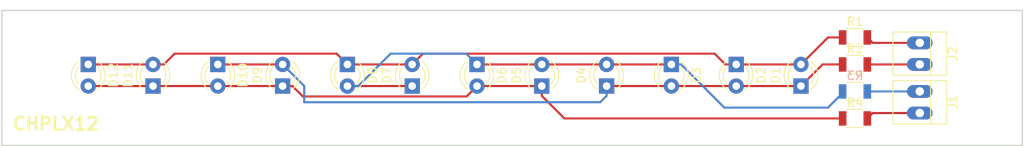
<source format=kicad_pcb>
(kicad_pcb (version 20171130) (host pcbnew 5.0.2-bee76a0~70~ubuntu18.04.1)

  (general
    (thickness 1.6)
    (drawings 5)
    (tracks 54)
    (zones 0)
    (modules 20)
    (nets 9)
  )

  (page A4)
  (title_block
    (title "CHPLX12 Binary Display")
    (date 2019-02-02)
  )

  (layers
    (0 F.Cu signal)
    (31 B.Cu signal)
    (32 B.Adhes user hide)
    (33 F.Adhes user hide)
    (34 B.Paste user hide)
    (35 F.Paste user hide)
    (36 B.SilkS user)
    (37 F.SilkS user)
    (38 B.Mask user)
    (39 F.Mask user)
    (40 Dwgs.User user hide)
    (41 Cmts.User user hide)
    (42 Eco1.User user hide)
    (43 Eco2.User user hide)
    (44 Edge.Cuts user)
    (45 Margin user hide)
    (46 B.CrtYd user hide)
    (47 F.CrtYd user hide)
    (48 B.Fab user hide)
    (49 F.Fab user hide)
  )

  (setup
    (last_trace_width 0.25)
    (trace_clearance 0.2)
    (zone_clearance 0.508)
    (zone_45_only no)
    (trace_min 0.25)
    (segment_width 0.2)
    (edge_width 0.15)
    (via_size 0.6)
    (via_drill 0.4)
    (via_min_size 0.4)
    (via_min_drill 0.3)
    (uvia_size 0.3)
    (uvia_drill 0.1)
    (uvias_allowed no)
    (uvia_min_size 0.2)
    (uvia_min_drill 0.1)
    (pcb_text_width 0.3)
    (pcb_text_size 1.5 1.5)
    (mod_edge_width 0.15)
    (mod_text_size 1 1)
    (mod_text_width 0.15)
    (pad_size 0.9 1.7)
    (pad_drill 0)
    (pad_to_mask_clearance 0.2)
    (solder_mask_min_width 0.25)
    (aux_axis_origin 0 0)
    (visible_elements FFFFF77F)
    (pcbplotparams
      (layerselection 0x010f0_ffffffff)
      (usegerberextensions true)
      (usegerberattributes false)
      (usegerberadvancedattributes false)
      (creategerberjobfile false)
      (excludeedgelayer true)
      (linewidth 0.100000)
      (plotframeref false)
      (viasonmask false)
      (mode 1)
      (useauxorigin false)
      (hpglpennumber 1)
      (hpglpenspeed 20)
      (hpglpendiameter 15.000000)
      (psnegative false)
      (psa4output false)
      (plotreference true)
      (plotvalue true)
      (plotinvisibletext false)
      (padsonsilk false)
      (subtractmaskfromsilk false)
      (outputformat 1)
      (mirror false)
      (drillshape 0)
      (scaleselection 1)
      (outputdirectory "gerber/"))
  )

  (net 0 "")
  (net 1 "Net-(D1-Pad1)")
  (net 2 "Net-(D1-Pad2)")
  (net 3 "Net-(D3-Pad1)")
  (net 4 "Net-(D10-Pad2)")
  (net 5 PIN1)
  (net 6 PIN2)
  (net 7 PIN3)
  (net 8 PIN4)

  (net_class Default "This is the default net class."
    (clearance 0.2)
    (trace_width 0.25)
    (via_dia 0.6)
    (via_drill 0.4)
    (uvia_dia 0.3)
    (uvia_drill 0.1)
    (add_net "Net-(D1-Pad1)")
    (add_net "Net-(D1-Pad2)")
    (add_net "Net-(D10-Pad2)")
    (add_net "Net-(D3-Pad1)")
    (add_net PIN1)
    (add_net PIN2)
    (add_net PIN3)
    (add_net PIN4)
  )

  (module Resistors_SMD:R_1206 (layer F.Cu) (tedit 58E0A804) (tstamp 5C55997D)
    (at 134.62 80.01)
    (descr "Resistor SMD 1206, reflow soldering, Vishay (see dcrcw.pdf)")
    (tags "resistor 1206")
    (path /5B1ECCF5)
    (attr smd)
    (fp_text reference R4 (at 0 -1.85) (layer F.SilkS)
      (effects (font (size 1 1) (thickness 0.15)))
    )
    (fp_text value 220 (at 0 1.95) (layer F.Fab)
      (effects (font (size 1 1) (thickness 0.15)))
    )
    (fp_text user %R (at 0 0) (layer F.Fab)
      (effects (font (size 0.7 0.7) (thickness 0.105)))
    )
    (fp_line (start -1.6 0.8) (end -1.6 -0.8) (layer F.Fab) (width 0.1))
    (fp_line (start 1.6 0.8) (end -1.6 0.8) (layer F.Fab) (width 0.1))
    (fp_line (start 1.6 -0.8) (end 1.6 0.8) (layer F.Fab) (width 0.1))
    (fp_line (start -1.6 -0.8) (end 1.6 -0.8) (layer F.Fab) (width 0.1))
    (fp_line (start 1 1.07) (end -1 1.07) (layer F.SilkS) (width 0.12))
    (fp_line (start -1 -1.07) (end 1 -1.07) (layer F.SilkS) (width 0.12))
    (fp_line (start -2.15 -1.11) (end 2.15 -1.11) (layer F.CrtYd) (width 0.05))
    (fp_line (start -2.15 -1.11) (end -2.15 1.1) (layer F.CrtYd) (width 0.05))
    (fp_line (start 2.15 1.1) (end 2.15 -1.11) (layer F.CrtYd) (width 0.05))
    (fp_line (start 2.15 1.1) (end -2.15 1.1) (layer F.CrtYd) (width 0.05))
    (pad 1 smd rect (at -1.45 0) (size 0.9 1.7) (layers F.Cu F.Paste F.Mask)
      (net 4 "Net-(D10-Pad2)"))
    (pad 2 smd rect (at 1.45 0) (size 0.9 1.7) (layers F.Cu F.Paste F.Mask)
      (net 8 PIN4))
    (model ${KISYS3DMOD}/Resistors_SMD.3dshapes/R_1206.wrl
      (at (xyz 0 0 0))
      (scale (xyz 1 1 1))
      (rotate (xyz 0 0 0))
    )
  )

  (module Resistors_SMD:R_1206 (layer F.Cu) (tedit 58E0A804) (tstamp 5C55996D)
    (at 134.62 70.485)
    (descr "Resistor SMD 1206, reflow soldering, Vishay (see dcrcw.pdf)")
    (tags "resistor 1206")
    (path /5B1ECBEE)
    (attr smd)
    (fp_text reference R1 (at 0 -1.85) (layer F.SilkS)
      (effects (font (size 1 1) (thickness 0.15)))
    )
    (fp_text value 220 (at 0 1.95) (layer F.Fab)
      (effects (font (size 1 1) (thickness 0.15)))
    )
    (fp_line (start 2.15 1.1) (end -2.15 1.1) (layer F.CrtYd) (width 0.05))
    (fp_line (start 2.15 1.1) (end 2.15 -1.11) (layer F.CrtYd) (width 0.05))
    (fp_line (start -2.15 -1.11) (end -2.15 1.1) (layer F.CrtYd) (width 0.05))
    (fp_line (start -2.15 -1.11) (end 2.15 -1.11) (layer F.CrtYd) (width 0.05))
    (fp_line (start -1 -1.07) (end 1 -1.07) (layer F.SilkS) (width 0.12))
    (fp_line (start 1 1.07) (end -1 1.07) (layer F.SilkS) (width 0.12))
    (fp_line (start -1.6 -0.8) (end 1.6 -0.8) (layer F.Fab) (width 0.1))
    (fp_line (start 1.6 -0.8) (end 1.6 0.8) (layer F.Fab) (width 0.1))
    (fp_line (start 1.6 0.8) (end -1.6 0.8) (layer F.Fab) (width 0.1))
    (fp_line (start -1.6 0.8) (end -1.6 -0.8) (layer F.Fab) (width 0.1))
    (fp_text user %R (at -2.54 -3.81) (layer F.Fab)
      (effects (font (size 0.7 0.7) (thickness 0.105)))
    )
    (pad 2 smd rect (at 1.45 0) (size 0.9 1.7) (layers F.Cu F.Paste F.Mask)
      (net 5 PIN1))
    (pad 1 smd rect (at -1.45 0) (size 0.9 1.7) (layers F.Cu F.Paste F.Mask)
      (net 2 "Net-(D1-Pad2)"))
    (model ${KISYS3DMOD}/Resistors_SMD.3dshapes/R_1206.wrl
      (at (xyz 0 0 0))
      (scale (xyz 1 1 1))
      (rotate (xyz 0 0 0))
    )
  )

  (module Resistors_SMD:R_1206 (layer F.Cu) (tedit 58E0A804) (tstamp 5C55995D)
    (at 134.62 73.66)
    (descr "Resistor SMD 1206, reflow soldering, Vishay (see dcrcw.pdf)")
    (tags "resistor 1206")
    (path /5B1ECCA1)
    (attr smd)
    (fp_text reference R2 (at 0 -1.85) (layer F.SilkS)
      (effects (font (size 1 1) (thickness 0.15)))
    )
    (fp_text value 220 (at 0 1.95) (layer F.Fab)
      (effects (font (size 1 1) (thickness 0.15)))
    )
    (fp_text user %R (at 0 0) (layer F.Fab)
      (effects (font (size 0.7 0.7) (thickness 0.105)))
    )
    (fp_line (start -1.6 0.8) (end -1.6 -0.8) (layer F.Fab) (width 0.1))
    (fp_line (start 1.6 0.8) (end -1.6 0.8) (layer F.Fab) (width 0.1))
    (fp_line (start 1.6 -0.8) (end 1.6 0.8) (layer F.Fab) (width 0.1))
    (fp_line (start -1.6 -0.8) (end 1.6 -0.8) (layer F.Fab) (width 0.1))
    (fp_line (start 1 1.07) (end -1 1.07) (layer F.SilkS) (width 0.12))
    (fp_line (start -1 -1.07) (end 1 -1.07) (layer F.SilkS) (width 0.12))
    (fp_line (start -2.15 -1.11) (end 2.15 -1.11) (layer F.CrtYd) (width 0.05))
    (fp_line (start -2.15 -1.11) (end -2.15 1.1) (layer F.CrtYd) (width 0.05))
    (fp_line (start 2.15 1.1) (end 2.15 -1.11) (layer F.CrtYd) (width 0.05))
    (fp_line (start 2.15 1.1) (end -2.15 1.1) (layer F.CrtYd) (width 0.05))
    (pad 1 smd rect (at -1.45 0) (size 0.9 1.7) (layers F.Cu F.Paste F.Mask)
      (net 1 "Net-(D1-Pad1)"))
    (pad 2 smd rect (at 1.45 0) (size 0.9 1.7) (layers F.Cu F.Paste F.Mask)
      (net 6 PIN2))
    (model ${KISYS3DMOD}/Resistors_SMD.3dshapes/R_1206.wrl
      (at (xyz 0 0 0))
      (scale (xyz 1 1 1))
      (rotate (xyz 0 0 0))
    )
  )

  (module Resistors_SMD:R_1206 (layer F.Cu) (tedit 5C55B42C) (tstamp 5C55994D)
    (at 134.62 76.835)
    (descr "Resistor SMD 1206, reflow soldering, Vishay (see dcrcw.pdf)")
    (tags "resistor 1206")
    (path /5B1ECCD2)
    (attr smd)
    (fp_text reference R3 (at 0 -1.85) (layer B.SilkS)
      (effects (font (size 1 1) (thickness 0.15)) (justify mirror))
    )
    (fp_text value 220 (at 0 1.95) (layer B.Fab)
      (effects (font (size 1 1) (thickness 0.15)) (justify mirror))
    )
    (fp_line (start 2.15 1.1) (end -2.15 1.1) (layer F.CrtYd) (width 0.05))
    (fp_line (start 2.15 1.1) (end 2.15 -1.11) (layer F.CrtYd) (width 0.05))
    (fp_line (start -2.15 -1.11) (end -2.15 1.1) (layer F.CrtYd) (width 0.05))
    (fp_line (start -2.15 -1.11) (end 2.15 -1.11) (layer F.CrtYd) (width 0.05))
    (fp_line (start -1 -1.07) (end 1 -1.07) (layer F.SilkS) (width 0.12))
    (fp_line (start 1 1.07) (end -1 1.07) (layer F.SilkS) (width 0.12))
    (fp_line (start -1.6 -0.8) (end 1.6 -0.8) (layer F.Fab) (width 0.1))
    (fp_line (start 1.6 -0.8) (end 1.6 0.8) (layer F.Fab) (width 0.1))
    (fp_line (start 1.6 0.8) (end -1.6 0.8) (layer F.Fab) (width 0.1))
    (fp_line (start -1.6 0.8) (end -1.6 -0.8) (layer F.Fab) (width 0.1))
    (fp_text user %R (at 0 0) (layer B.Fab)
      (effects (font (size 0.7 0.7) (thickness 0.105)) (justify mirror))
    )
    (pad 2 smd rect (at 1.45 0) (size 0.9 1.7) (layers B.Cu B.Paste B.Mask)
      (net 7 PIN3))
    (pad 1 smd rect (at -1.45 0) (size 0.9 1.7) (layers B.Cu B.Paste B.Mask)
      (net 3 "Net-(D3-Pad1)"))
    (model ${KISYS3DMOD}/Resistors_SMD.3dshapes/R_1206.wrl
      (at (xyz 0 0 0))
      (scale (xyz 1 1 1))
      (rotate (xyz 0 0 0))
    )
  )

  (module Connectors:PINHEAD1-2 (layer F.Cu) (tedit 5C55B6C3) (tstamp 5C5585F3)
    (at 142.24 71.12 270)
    (path /5C55E6C2)
    (fp_text reference J2 (at 1.27 -3.9 270) (layer F.SilkS)
      (effects (font (size 1 1) (thickness 0.15)))
    )
    (fp_text value "" (at 1.27 3.81 270) (layer F.Fab)
      (effects (font (size 1 1) (thickness 0.15)))
    )
    (fp_line (start 3.81 -1.27) (end -1.27 -1.27) (layer F.SilkS) (width 0.12))
    (fp_line (start 3.81 3.17) (end -1.27 3.17) (layer F.SilkS) (width 0.12))
    (fp_line (start -1.27 -3.17) (end 3.81 -3.17) (layer F.SilkS) (width 0.12))
    (fp_line (start -1.27 -3.17) (end -1.27 3.17) (layer F.SilkS) (width 0.12))
    (fp_line (start 3.81 -3.17) (end 3.81 3.17) (layer F.SilkS) (width 0.12))
    (fp_line (start -1.52 -3.42) (end 4.06 -3.42) (layer F.CrtYd) (width 0.05))
    (fp_line (start -1.52 -3.42) (end -1.52 3.42) (layer F.CrtYd) (width 0.05))
    (fp_line (start 4.06 3.42) (end 4.06 -3.42) (layer F.CrtYd) (width 0.05))
    (fp_line (start 4.06 3.42) (end -1.52 3.42) (layer F.CrtYd) (width 0.05))
    (pad 1 thru_hole oval (at 0 0 270) (size 1.51 3.01) (drill 1) (layers *.Cu *.Mask)
      (net 5 PIN1))
    (pad 2 thru_hole oval (at 2.54 0 270) (size 1.51 3.01) (drill 1) (layers *.Cu *.Mask)
      (net 6 PIN2))
  )

  (module Connectors:PINHEAD1-2 (layer F.Cu) (tedit 5C55B6BE) (tstamp 5C5585D7)
    (at 142.24 76.835 270)
    (path /5C55E63D)
    (fp_text reference J1 (at 1.27 -3.9 270) (layer F.SilkS)
      (effects (font (size 1 1) (thickness 0.15)))
    )
    (fp_text value "" (at 1.27 3.81 270) (layer F.Fab)
      (effects (font (size 1 1) (thickness 0.15)))
    )
    (fp_line (start 4.06 3.42) (end -1.52 3.42) (layer F.CrtYd) (width 0.05))
    (fp_line (start 4.06 3.42) (end 4.06 -3.42) (layer F.CrtYd) (width 0.05))
    (fp_line (start -1.52 -3.42) (end -1.52 3.42) (layer F.CrtYd) (width 0.05))
    (fp_line (start -1.52 -3.42) (end 4.06 -3.42) (layer F.CrtYd) (width 0.05))
    (fp_line (start 3.81 -3.17) (end 3.81 3.17) (layer F.SilkS) (width 0.12))
    (fp_line (start -1.27 -3.17) (end -1.27 3.17) (layer F.SilkS) (width 0.12))
    (fp_line (start -1.27 -3.17) (end 3.81 -3.17) (layer F.SilkS) (width 0.12))
    (fp_line (start 3.81 3.17) (end -1.27 3.17) (layer F.SilkS) (width 0.12))
    (fp_line (start 3.81 -1.27) (end -1.27 -1.27) (layer F.SilkS) (width 0.12))
    (pad 2 thru_hole oval (at 2.54 0 270) (size 1.51 3.01) (drill 1) (layers *.Cu *.Mask)
      (net 8 PIN4))
    (pad 1 thru_hole oval (at 0 0 270) (size 1.51 3.01) (drill 1) (layers *.Cu *.Mask)
      (net 7 PIN3))
  )

  (module LEDs:LED_D3.0mm (layer F.Cu) (tedit 587A3A7B) (tstamp 5B203880)
    (at 97.79 76.2 90)
    (descr "LED, diameter 3.0mm, 2 pins")
    (tags "LED diameter 3.0mm 2 pins")
    (path /5B1EF05E)
    (fp_text reference D5 (at 1.27 -2.96 90) (layer F.SilkS)
      (effects (font (size 1 1) (thickness 0.15)))
    )
    (fp_text value LED (at 1.27 2.96 90) (layer F.Fab)
      (effects (font (size 1 1) (thickness 0.15)))
    )
    (fp_arc (start 1.27 0) (end -0.23 -1.16619) (angle 284.3) (layer F.Fab) (width 0.1))
    (fp_arc (start 1.27 0) (end -0.29 -1.235516) (angle 108.8) (layer F.SilkS) (width 0.12))
    (fp_arc (start 1.27 0) (end -0.29 1.235516) (angle -108.8) (layer F.SilkS) (width 0.12))
    (fp_arc (start 1.27 0) (end 0.229039 -1.08) (angle 87.9) (layer F.SilkS) (width 0.12))
    (fp_arc (start 1.27 0) (end 0.229039 1.08) (angle -87.9) (layer F.SilkS) (width 0.12))
    (fp_circle (center 1.27 0) (end 2.77 0) (layer F.Fab) (width 0.1))
    (fp_line (start -0.23 -1.16619) (end -0.23 1.16619) (layer F.Fab) (width 0.1))
    (fp_line (start -0.29 -1.236) (end -0.29 -1.08) (layer F.SilkS) (width 0.12))
    (fp_line (start -0.29 1.08) (end -0.29 1.236) (layer F.SilkS) (width 0.12))
    (fp_line (start -1.15 -2.25) (end -1.15 2.25) (layer F.CrtYd) (width 0.05))
    (fp_line (start -1.15 2.25) (end 3.7 2.25) (layer F.CrtYd) (width 0.05))
    (fp_line (start 3.7 2.25) (end 3.7 -2.25) (layer F.CrtYd) (width 0.05))
    (fp_line (start 3.7 -2.25) (end -1.15 -2.25) (layer F.CrtYd) (width 0.05))
    (pad 1 thru_hole rect (at 0 0 90) (size 1.8 1.8) (drill 0.9) (layers *.Cu *.Mask)
      (net 4 "Net-(D10-Pad2)"))
    (pad 2 thru_hole circle (at 2.54 0 90) (size 1.8 1.8) (drill 0.9) (layers *.Cu *.Mask)
      (net 3 "Net-(D3-Pad1)"))
    (model ${KISYS3DMOD}/LEDs.3dshapes/LED_D3.0mm.wrl
      (at (xyz 0 0 0))
      (scale (xyz 0.393701 0.393701 0.393701))
      (rotate (xyz 0 0 0))
    )
  )

  (module LEDs:LED_D3.0mm (layer F.Cu) (tedit 5B20B694) (tstamp 5B203834)
    (at 128.27 76.2 90)
    (descr "LED, diameter 3.0mm, 2 pins")
    (tags "LED diameter 3.0mm 2 pins")
    (path /5B1EEEC4)
    (fp_text reference D1 (at 1.27 -2.96 90) (layer F.SilkS)
      (effects (font (size 1 1) (thickness 0.15)))
    )
    (fp_text value LED (at 1.27 2.96 180) (layer F.Fab)
      (effects (font (size 1 1) (thickness 0.15)))
    )
    (fp_arc (start 1.27 0) (end -0.23 -1.16619) (angle 284.3) (layer F.Fab) (width 0.1))
    (fp_arc (start 1.27 0) (end -0.29 -1.235516) (angle 108.8) (layer F.SilkS) (width 0.12))
    (fp_arc (start 1.27 0) (end -0.29 1.235516) (angle -108.8) (layer F.SilkS) (width 0.12))
    (fp_arc (start 1.27 0) (end 0.229039 -1.08) (angle 87.9) (layer F.SilkS) (width 0.12))
    (fp_arc (start 1.27 0) (end 0.229039 1.08) (angle -87.9) (layer F.SilkS) (width 0.12))
    (fp_circle (center 1.27 0) (end 2.77 0) (layer F.Fab) (width 0.1))
    (fp_line (start -0.23 -1.16619) (end -0.23 1.16619) (layer F.Fab) (width 0.1))
    (fp_line (start -0.29 -1.236) (end -0.29 -1.08) (layer F.SilkS) (width 0.12))
    (fp_line (start -0.29 1.08) (end -0.29 1.236) (layer F.SilkS) (width 0.12))
    (fp_line (start -1.15 -2.25) (end -1.15 2.25) (layer F.CrtYd) (width 0.05))
    (fp_line (start -1.15 2.25) (end 3.7 2.25) (layer F.CrtYd) (width 0.05))
    (fp_line (start 3.7 2.25) (end 3.7 -2.25) (layer F.CrtYd) (width 0.05))
    (fp_line (start 3.7 -2.25) (end -1.15 -2.25) (layer F.CrtYd) (width 0.05))
    (pad 1 thru_hole rect (at 0 0 90) (size 1.8 1.8) (drill 0.9) (layers *.Cu *.Mask)
      (net 1 "Net-(D1-Pad1)"))
    (pad 2 thru_hole circle (at 2.54 0 90) (size 1.8 1.8) (drill 0.9) (layers *.Cu *.Mask)
      (net 2 "Net-(D1-Pad2)"))
    (model ${KISYS3DMOD}/LEDs.3dshapes/LED_D3.0mm.wrl
      (at (xyz 0 0 0))
      (scale (xyz 0.393701 0.393701 0.393701))
      (rotate (xyz 0 0 0))
    )
  )

  (module LEDs:LED_D3.0mm (layer F.Cu) (tedit 587A3A7B) (tstamp 5B203847)
    (at 120.65 73.66 270)
    (descr "LED, diameter 3.0mm, 2 pins")
    (tags "LED diameter 3.0mm 2 pins")
    (path /5B1EEEFF)
    (fp_text reference D2 (at 1.27 -2.96 270) (layer F.SilkS)
      (effects (font (size 1 1) (thickness 0.15)))
    )
    (fp_text value LED (at 1.27 2.96 270) (layer F.Fab)
      (effects (font (size 1 1) (thickness 0.15)))
    )
    (fp_arc (start 1.27 0) (end -0.23 -1.16619) (angle 284.3) (layer F.Fab) (width 0.1))
    (fp_arc (start 1.27 0) (end -0.29 -1.235516) (angle 108.8) (layer F.SilkS) (width 0.12))
    (fp_arc (start 1.27 0) (end -0.29 1.235516) (angle -108.8) (layer F.SilkS) (width 0.12))
    (fp_arc (start 1.27 0) (end 0.229039 -1.08) (angle 87.9) (layer F.SilkS) (width 0.12))
    (fp_arc (start 1.27 0) (end 0.229039 1.08) (angle -87.9) (layer F.SilkS) (width 0.12))
    (fp_circle (center 1.27 0) (end 2.77 0) (layer F.Fab) (width 0.1))
    (fp_line (start -0.23 -1.16619) (end -0.23 1.16619) (layer F.Fab) (width 0.1))
    (fp_line (start -0.29 -1.236) (end -0.29 -1.08) (layer F.SilkS) (width 0.12))
    (fp_line (start -0.29 1.08) (end -0.29 1.236) (layer F.SilkS) (width 0.12))
    (fp_line (start -1.15 -2.25) (end -1.15 2.25) (layer F.CrtYd) (width 0.05))
    (fp_line (start -1.15 2.25) (end 3.7 2.25) (layer F.CrtYd) (width 0.05))
    (fp_line (start 3.7 2.25) (end 3.7 -2.25) (layer F.CrtYd) (width 0.05))
    (fp_line (start 3.7 -2.25) (end -1.15 -2.25) (layer F.CrtYd) (width 0.05))
    (pad 1 thru_hole rect (at 0 0 270) (size 1.8 1.8) (drill 0.9) (layers *.Cu *.Mask)
      (net 2 "Net-(D1-Pad2)"))
    (pad 2 thru_hole circle (at 2.54 0 270) (size 1.8 1.8) (drill 0.9) (layers *.Cu *.Mask)
      (net 1 "Net-(D1-Pad1)"))
    (model ${KISYS3DMOD}/LEDs.3dshapes/LED_D3.0mm.wrl
      (at (xyz 0 0 0))
      (scale (xyz 0.393701 0.393701 0.393701))
      (rotate (xyz 0 0 0))
    )
  )

  (module LEDs:LED_D3.0mm (layer F.Cu) (tedit 587A3A7B) (tstamp 5B20385A)
    (at 113.03 73.66 270)
    (descr "LED, diameter 3.0mm, 2 pins")
    (tags "LED diameter 3.0mm 2 pins")
    (path /5B1EEF3A)
    (fp_text reference D3 (at 1.27 -2.96 270) (layer F.SilkS)
      (effects (font (size 1 1) (thickness 0.15)))
    )
    (fp_text value LED (at 1.27 2.96 270) (layer F.Fab)
      (effects (font (size 1 1) (thickness 0.15)))
    )
    (fp_arc (start 1.27 0) (end -0.23 -1.16619) (angle 284.3) (layer F.Fab) (width 0.1))
    (fp_arc (start 1.27 0) (end -0.29 -1.235516) (angle 108.8) (layer F.SilkS) (width 0.12))
    (fp_arc (start 1.27 0) (end -0.29 1.235516) (angle -108.8) (layer F.SilkS) (width 0.12))
    (fp_arc (start 1.27 0) (end 0.229039 -1.08) (angle 87.9) (layer F.SilkS) (width 0.12))
    (fp_arc (start 1.27 0) (end 0.229039 1.08) (angle -87.9) (layer F.SilkS) (width 0.12))
    (fp_circle (center 1.27 0) (end 2.77 0) (layer F.Fab) (width 0.1))
    (fp_line (start -0.23 -1.16619) (end -0.23 1.16619) (layer F.Fab) (width 0.1))
    (fp_line (start -0.29 -1.236) (end -0.29 -1.08) (layer F.SilkS) (width 0.12))
    (fp_line (start -0.29 1.08) (end -0.29 1.236) (layer F.SilkS) (width 0.12))
    (fp_line (start -1.15 -2.25) (end -1.15 2.25) (layer F.CrtYd) (width 0.05))
    (fp_line (start -1.15 2.25) (end 3.7 2.25) (layer F.CrtYd) (width 0.05))
    (fp_line (start 3.7 2.25) (end 3.7 -2.25) (layer F.CrtYd) (width 0.05))
    (fp_line (start 3.7 -2.25) (end -1.15 -2.25) (layer F.CrtYd) (width 0.05))
    (pad 1 thru_hole rect (at 0 0 270) (size 1.8 1.8) (drill 0.9) (layers *.Cu *.Mask)
      (net 3 "Net-(D3-Pad1)"))
    (pad 2 thru_hole circle (at 2.54 0 270) (size 1.8 1.8) (drill 0.9) (layers *.Cu *.Mask)
      (net 1 "Net-(D1-Pad1)"))
    (model ${KISYS3DMOD}/LEDs.3dshapes/LED_D3.0mm.wrl
      (at (xyz 0 0 0))
      (scale (xyz 0.393701 0.393701 0.393701))
      (rotate (xyz 0 0 0))
    )
  )

  (module LEDs:LED_D3.0mm (layer F.Cu) (tedit 587A3A7B) (tstamp 5B20386D)
    (at 105.41 76.2 90)
    (descr "LED, diameter 3.0mm, 2 pins")
    (tags "LED diameter 3.0mm 2 pins")
    (path /5B1EEFE7)
    (fp_text reference D4 (at 1.27 -2.96 90) (layer F.SilkS)
      (effects (font (size 1 1) (thickness 0.15)))
    )
    (fp_text value LED (at 1.27 2.96 90) (layer F.Fab)
      (effects (font (size 1 1) (thickness 0.15)))
    )
    (fp_arc (start 1.27 0) (end -0.23 -1.16619) (angle 284.3) (layer F.Fab) (width 0.1))
    (fp_arc (start 1.27 0) (end -0.29 -1.235516) (angle 108.8) (layer F.SilkS) (width 0.12))
    (fp_arc (start 1.27 0) (end -0.29 1.235516) (angle -108.8) (layer F.SilkS) (width 0.12))
    (fp_arc (start 1.27 0) (end 0.229039 -1.08) (angle 87.9) (layer F.SilkS) (width 0.12))
    (fp_arc (start 1.27 0) (end 0.229039 1.08) (angle -87.9) (layer F.SilkS) (width 0.12))
    (fp_circle (center 1.27 0) (end 2.77 0) (layer F.Fab) (width 0.1))
    (fp_line (start -0.23 -1.16619) (end -0.23 1.16619) (layer F.Fab) (width 0.1))
    (fp_line (start -0.29 -1.236) (end -0.29 -1.08) (layer F.SilkS) (width 0.12))
    (fp_line (start -0.29 1.08) (end -0.29 1.236) (layer F.SilkS) (width 0.12))
    (fp_line (start -1.15 -2.25) (end -1.15 2.25) (layer F.CrtYd) (width 0.05))
    (fp_line (start -1.15 2.25) (end 3.7 2.25) (layer F.CrtYd) (width 0.05))
    (fp_line (start 3.7 2.25) (end 3.7 -2.25) (layer F.CrtYd) (width 0.05))
    (fp_line (start 3.7 -2.25) (end -1.15 -2.25) (layer F.CrtYd) (width 0.05))
    (pad 1 thru_hole rect (at 0 0 90) (size 1.8 1.8) (drill 0.9) (layers *.Cu *.Mask)
      (net 1 "Net-(D1-Pad1)"))
    (pad 2 thru_hole circle (at 2.54 0 90) (size 1.8 1.8) (drill 0.9) (layers *.Cu *.Mask)
      (net 3 "Net-(D3-Pad1)"))
    (model ${KISYS3DMOD}/LEDs.3dshapes/LED_D3.0mm.wrl
      (at (xyz 0 0 0))
      (scale (xyz 0.393701 0.393701 0.393701))
      (rotate (xyz 0 0 0))
    )
  )

  (module LEDs:LED_D3.0mm (layer F.Cu) (tedit 587A3A7B) (tstamp 5B203893)
    (at 90.17 73.66 270)
    (descr "LED, diameter 3.0mm, 2 pins")
    (tags "LED diameter 3.0mm 2 pins")
    (path /5B1EF0ED)
    (fp_text reference D6 (at 1.27 -2.96 270) (layer F.SilkS)
      (effects (font (size 1 1) (thickness 0.15)))
    )
    (fp_text value LED (at 1.27 2.96 270) (layer F.Fab)
      (effects (font (size 1 1) (thickness 0.15)))
    )
    (fp_arc (start 1.27 0) (end -0.23 -1.16619) (angle 284.3) (layer F.Fab) (width 0.1))
    (fp_arc (start 1.27 0) (end -0.29 -1.235516) (angle 108.8) (layer F.SilkS) (width 0.12))
    (fp_arc (start 1.27 0) (end -0.29 1.235516) (angle -108.8) (layer F.SilkS) (width 0.12))
    (fp_arc (start 1.27 0) (end 0.229039 -1.08) (angle 87.9) (layer F.SilkS) (width 0.12))
    (fp_arc (start 1.27 0) (end 0.229039 1.08) (angle -87.9) (layer F.SilkS) (width 0.12))
    (fp_circle (center 1.27 0) (end 2.77 0) (layer F.Fab) (width 0.1))
    (fp_line (start -0.23 -1.16619) (end -0.23 1.16619) (layer F.Fab) (width 0.1))
    (fp_line (start -0.29 -1.236) (end -0.29 -1.08) (layer F.SilkS) (width 0.12))
    (fp_line (start -0.29 1.08) (end -0.29 1.236) (layer F.SilkS) (width 0.12))
    (fp_line (start -1.15 -2.25) (end -1.15 2.25) (layer F.CrtYd) (width 0.05))
    (fp_line (start -1.15 2.25) (end 3.7 2.25) (layer F.CrtYd) (width 0.05))
    (fp_line (start 3.7 2.25) (end 3.7 -2.25) (layer F.CrtYd) (width 0.05))
    (fp_line (start 3.7 -2.25) (end -1.15 -2.25) (layer F.CrtYd) (width 0.05))
    (pad 1 thru_hole rect (at 0 0 270) (size 1.8 1.8) (drill 0.9) (layers *.Cu *.Mask)
      (net 3 "Net-(D3-Pad1)"))
    (pad 2 thru_hole circle (at 2.54 0 270) (size 1.8 1.8) (drill 0.9) (layers *.Cu *.Mask)
      (net 4 "Net-(D10-Pad2)"))
    (model ${KISYS3DMOD}/LEDs.3dshapes/LED_D3.0mm.wrl
      (at (xyz 0 0 0))
      (scale (xyz 0.393701 0.393701 0.393701))
      (rotate (xyz 0 0 0))
    )
  )

  (module LEDs:LED_D3.0mm (layer F.Cu) (tedit 587A3A7B) (tstamp 5B2038A6)
    (at 82.55 76.2 90)
    (descr "LED, diameter 3.0mm, 2 pins")
    (tags "LED diameter 3.0mm 2 pins")
    (path /5B1EF180)
    (fp_text reference D7 (at 1.27 -2.96 90) (layer F.SilkS)
      (effects (font (size 1 1) (thickness 0.15)))
    )
    (fp_text value LED (at 1.27 2.96 90) (layer F.Fab)
      (effects (font (size 1 1) (thickness 0.15)))
    )
    (fp_arc (start 1.27 0) (end -0.23 -1.16619) (angle 284.3) (layer F.Fab) (width 0.1))
    (fp_arc (start 1.27 0) (end -0.29 -1.235516) (angle 108.8) (layer F.SilkS) (width 0.12))
    (fp_arc (start 1.27 0) (end -0.29 1.235516) (angle -108.8) (layer F.SilkS) (width 0.12))
    (fp_arc (start 1.27 0) (end 0.229039 -1.08) (angle 87.9) (layer F.SilkS) (width 0.12))
    (fp_arc (start 1.27 0) (end 0.229039 1.08) (angle -87.9) (layer F.SilkS) (width 0.12))
    (fp_circle (center 1.27 0) (end 2.77 0) (layer F.Fab) (width 0.1))
    (fp_line (start -0.23 -1.16619) (end -0.23 1.16619) (layer F.Fab) (width 0.1))
    (fp_line (start -0.29 -1.236) (end -0.29 -1.08) (layer F.SilkS) (width 0.12))
    (fp_line (start -0.29 1.08) (end -0.29 1.236) (layer F.SilkS) (width 0.12))
    (fp_line (start -1.15 -2.25) (end -1.15 2.25) (layer F.CrtYd) (width 0.05))
    (fp_line (start -1.15 2.25) (end 3.7 2.25) (layer F.CrtYd) (width 0.05))
    (fp_line (start 3.7 2.25) (end 3.7 -2.25) (layer F.CrtYd) (width 0.05))
    (fp_line (start 3.7 -2.25) (end -1.15 -2.25) (layer F.CrtYd) (width 0.05))
    (pad 1 thru_hole rect (at 0 0 90) (size 1.8 1.8) (drill 0.9) (layers *.Cu *.Mask)
      (net 3 "Net-(D3-Pad1)"))
    (pad 2 thru_hole circle (at 2.54 0 90) (size 1.8 1.8) (drill 0.9) (layers *.Cu *.Mask)
      (net 2 "Net-(D1-Pad2)"))
    (model ${KISYS3DMOD}/LEDs.3dshapes/LED_D3.0mm.wrl
      (at (xyz 0 0 0))
      (scale (xyz 0.393701 0.393701 0.393701))
      (rotate (xyz 0 0 0))
    )
  )

  (module LEDs:LED_D3.0mm (layer F.Cu) (tedit 587A3A7B) (tstamp 5B2038B9)
    (at 74.93 73.66 270)
    (descr "LED, diameter 3.0mm, 2 pins")
    (tags "LED diameter 3.0mm 2 pins")
    (path /5B1EF275)
    (fp_text reference D8 (at 1.27 -2.96 270) (layer F.SilkS)
      (effects (font (size 1 1) (thickness 0.15)))
    )
    (fp_text value LED (at 1.27 2.96 270) (layer F.Fab)
      (effects (font (size 1 1) (thickness 0.15)))
    )
    (fp_arc (start 1.27 0) (end -0.23 -1.16619) (angle 284.3) (layer F.Fab) (width 0.1))
    (fp_arc (start 1.27 0) (end -0.29 -1.235516) (angle 108.8) (layer F.SilkS) (width 0.12))
    (fp_arc (start 1.27 0) (end -0.29 1.235516) (angle -108.8) (layer F.SilkS) (width 0.12))
    (fp_arc (start 1.27 0) (end 0.229039 -1.08) (angle 87.9) (layer F.SilkS) (width 0.12))
    (fp_arc (start 1.27 0) (end 0.229039 1.08) (angle -87.9) (layer F.SilkS) (width 0.12))
    (fp_circle (center 1.27 0) (end 2.77 0) (layer F.Fab) (width 0.1))
    (fp_line (start -0.23 -1.16619) (end -0.23 1.16619) (layer F.Fab) (width 0.1))
    (fp_line (start -0.29 -1.236) (end -0.29 -1.08) (layer F.SilkS) (width 0.12))
    (fp_line (start -0.29 1.08) (end -0.29 1.236) (layer F.SilkS) (width 0.12))
    (fp_line (start -1.15 -2.25) (end -1.15 2.25) (layer F.CrtYd) (width 0.05))
    (fp_line (start -1.15 2.25) (end 3.7 2.25) (layer F.CrtYd) (width 0.05))
    (fp_line (start 3.7 2.25) (end 3.7 -2.25) (layer F.CrtYd) (width 0.05))
    (fp_line (start 3.7 -2.25) (end -1.15 -2.25) (layer F.CrtYd) (width 0.05))
    (pad 1 thru_hole rect (at 0 0 270) (size 1.8 1.8) (drill 0.9) (layers *.Cu *.Mask)
      (net 2 "Net-(D1-Pad2)"))
    (pad 2 thru_hole circle (at 2.54 0 270) (size 1.8 1.8) (drill 0.9) (layers *.Cu *.Mask)
      (net 3 "Net-(D3-Pad1)"))
    (model ${KISYS3DMOD}/LEDs.3dshapes/LED_D3.0mm.wrl
      (at (xyz 0 0 0))
      (scale (xyz 0.393701 0.393701 0.393701))
      (rotate (xyz 0 0 0))
    )
  )

  (module LEDs:LED_D3.0mm (layer F.Cu) (tedit 587A3A7B) (tstamp 5B2038CC)
    (at 67.31 76.2 90)
    (descr "LED, diameter 3.0mm, 2 pins")
    (tags "LED diameter 3.0mm 2 pins")
    (path /5B1EF5BE)
    (fp_text reference D9 (at 1.27 -2.96 90) (layer F.SilkS)
      (effects (font (size 1 1) (thickness 0.15)))
    )
    (fp_text value LED (at 1.27 2.96 90) (layer F.Fab)
      (effects (font (size 1 1) (thickness 0.15)))
    )
    (fp_arc (start 1.27 0) (end -0.23 -1.16619) (angle 284.3) (layer F.Fab) (width 0.1))
    (fp_arc (start 1.27 0) (end -0.29 -1.235516) (angle 108.8) (layer F.SilkS) (width 0.12))
    (fp_arc (start 1.27 0) (end -0.29 1.235516) (angle -108.8) (layer F.SilkS) (width 0.12))
    (fp_arc (start 1.27 0) (end 0.229039 -1.08) (angle 87.9) (layer F.SilkS) (width 0.12))
    (fp_arc (start 1.27 0) (end 0.229039 1.08) (angle -87.9) (layer F.SilkS) (width 0.12))
    (fp_circle (center 1.27 0) (end 2.77 0) (layer F.Fab) (width 0.1))
    (fp_line (start -0.23 -1.16619) (end -0.23 1.16619) (layer F.Fab) (width 0.1))
    (fp_line (start -0.29 -1.236) (end -0.29 -1.08) (layer F.SilkS) (width 0.12))
    (fp_line (start -0.29 1.08) (end -0.29 1.236) (layer F.SilkS) (width 0.12))
    (fp_line (start -1.15 -2.25) (end -1.15 2.25) (layer F.CrtYd) (width 0.05))
    (fp_line (start -1.15 2.25) (end 3.7 2.25) (layer F.CrtYd) (width 0.05))
    (fp_line (start 3.7 2.25) (end 3.7 -2.25) (layer F.CrtYd) (width 0.05))
    (fp_line (start 3.7 -2.25) (end -1.15 -2.25) (layer F.CrtYd) (width 0.05))
    (pad 1 thru_hole rect (at 0 0 90) (size 1.8 1.8) (drill 0.9) (layers *.Cu *.Mask)
      (net 4 "Net-(D10-Pad2)"))
    (pad 2 thru_hole circle (at 2.54 0 90) (size 1.8 1.8) (drill 0.9) (layers *.Cu *.Mask)
      (net 1 "Net-(D1-Pad1)"))
    (model ${KISYS3DMOD}/LEDs.3dshapes/LED_D3.0mm.wrl
      (at (xyz 0 0 0))
      (scale (xyz 0.393701 0.393701 0.393701))
      (rotate (xyz 0 0 0))
    )
  )

  (module LEDs:LED_D3.0mm (layer F.Cu) (tedit 587A3A7B) (tstamp 5B2038DF)
    (at 59.69 73.66 270)
    (descr "LED, diameter 3.0mm, 2 pins")
    (tags "LED diameter 3.0mm 2 pins")
    (path /5B1EF5C4)
    (fp_text reference D10 (at 1.27 -2.96 270) (layer F.SilkS)
      (effects (font (size 1 1) (thickness 0.15)))
    )
    (fp_text value LED (at 1.27 2.96 270) (layer F.Fab)
      (effects (font (size 1 1) (thickness 0.15)))
    )
    (fp_arc (start 1.27 0) (end -0.23 -1.16619) (angle 284.3) (layer F.Fab) (width 0.1))
    (fp_arc (start 1.27 0) (end -0.29 -1.235516) (angle 108.8) (layer F.SilkS) (width 0.12))
    (fp_arc (start 1.27 0) (end -0.29 1.235516) (angle -108.8) (layer F.SilkS) (width 0.12))
    (fp_arc (start 1.27 0) (end 0.229039 -1.08) (angle 87.9) (layer F.SilkS) (width 0.12))
    (fp_arc (start 1.27 0) (end 0.229039 1.08) (angle -87.9) (layer F.SilkS) (width 0.12))
    (fp_circle (center 1.27 0) (end 2.77 0) (layer F.Fab) (width 0.1))
    (fp_line (start -0.23 -1.16619) (end -0.23 1.16619) (layer F.Fab) (width 0.1))
    (fp_line (start -0.29 -1.236) (end -0.29 -1.08) (layer F.SilkS) (width 0.12))
    (fp_line (start -0.29 1.08) (end -0.29 1.236) (layer F.SilkS) (width 0.12))
    (fp_line (start -1.15 -2.25) (end -1.15 2.25) (layer F.CrtYd) (width 0.05))
    (fp_line (start -1.15 2.25) (end 3.7 2.25) (layer F.CrtYd) (width 0.05))
    (fp_line (start 3.7 2.25) (end 3.7 -2.25) (layer F.CrtYd) (width 0.05))
    (fp_line (start 3.7 -2.25) (end -1.15 -2.25) (layer F.CrtYd) (width 0.05))
    (pad 1 thru_hole rect (at 0 0 270) (size 1.8 1.8) (drill 0.9) (layers *.Cu *.Mask)
      (net 1 "Net-(D1-Pad1)"))
    (pad 2 thru_hole circle (at 2.54 0 270) (size 1.8 1.8) (drill 0.9) (layers *.Cu *.Mask)
      (net 4 "Net-(D10-Pad2)"))
    (model ${KISYS3DMOD}/LEDs.3dshapes/LED_D3.0mm.wrl
      (at (xyz 0 0 0))
      (scale (xyz 0.393701 0.393701 0.393701))
      (rotate (xyz 0 0 0))
    )
  )

  (module LEDs:LED_D3.0mm (layer F.Cu) (tedit 587A3A7B) (tstamp 5B2038F2)
    (at 52.07 76.2 90)
    (descr "LED, diameter 3.0mm, 2 pins")
    (tags "LED diameter 3.0mm 2 pins")
    (path /5B1EF93E)
    (fp_text reference D11 (at 1.27 -2.96 90) (layer F.SilkS)
      (effects (font (size 1 1) (thickness 0.15)))
    )
    (fp_text value LED (at 1.27 2.96 90) (layer F.Fab)
      (effects (font (size 1 1) (thickness 0.15)))
    )
    (fp_arc (start 1.27 0) (end -0.23 -1.16619) (angle 284.3) (layer F.Fab) (width 0.1))
    (fp_arc (start 1.27 0) (end -0.29 -1.235516) (angle 108.8) (layer F.SilkS) (width 0.12))
    (fp_arc (start 1.27 0) (end -0.29 1.235516) (angle -108.8) (layer F.SilkS) (width 0.12))
    (fp_arc (start 1.27 0) (end 0.229039 -1.08) (angle 87.9) (layer F.SilkS) (width 0.12))
    (fp_arc (start 1.27 0) (end 0.229039 1.08) (angle -87.9) (layer F.SilkS) (width 0.12))
    (fp_circle (center 1.27 0) (end 2.77 0) (layer F.Fab) (width 0.1))
    (fp_line (start -0.23 -1.16619) (end -0.23 1.16619) (layer F.Fab) (width 0.1))
    (fp_line (start -0.29 -1.236) (end -0.29 -1.08) (layer F.SilkS) (width 0.12))
    (fp_line (start -0.29 1.08) (end -0.29 1.236) (layer F.SilkS) (width 0.12))
    (fp_line (start -1.15 -2.25) (end -1.15 2.25) (layer F.CrtYd) (width 0.05))
    (fp_line (start -1.15 2.25) (end 3.7 2.25) (layer F.CrtYd) (width 0.05))
    (fp_line (start 3.7 2.25) (end 3.7 -2.25) (layer F.CrtYd) (width 0.05))
    (fp_line (start 3.7 -2.25) (end -1.15 -2.25) (layer F.CrtYd) (width 0.05))
    (pad 1 thru_hole rect (at 0 0 90) (size 1.8 1.8) (drill 0.9) (layers *.Cu *.Mask)
      (net 4 "Net-(D10-Pad2)"))
    (pad 2 thru_hole circle (at 2.54 0 90) (size 1.8 1.8) (drill 0.9) (layers *.Cu *.Mask)
      (net 2 "Net-(D1-Pad2)"))
    (model ${KISYS3DMOD}/LEDs.3dshapes/LED_D3.0mm.wrl
      (at (xyz 0 0 0))
      (scale (xyz 0.393701 0.393701 0.393701))
      (rotate (xyz 0 0 0))
    )
  )

  (module LEDs:LED_D3.0mm (layer F.Cu) (tedit 587A3A7B) (tstamp 5B203905)
    (at 44.45 73.66 270)
    (descr "LED, diameter 3.0mm, 2 pins")
    (tags "LED diameter 3.0mm 2 pins")
    (path /5B1EF944)
    (fp_text reference D12 (at 1.27 -2.96 270) (layer F.SilkS)
      (effects (font (size 1 1) (thickness 0.15)))
    )
    (fp_text value LED (at 1.27 2.96 270) (layer F.Fab)
      (effects (font (size 1 1) (thickness 0.15)))
    )
    (fp_arc (start 1.27 0) (end -0.23 -1.16619) (angle 284.3) (layer F.Fab) (width 0.1))
    (fp_arc (start 1.27 0) (end -0.29 -1.235516) (angle 108.8) (layer F.SilkS) (width 0.12))
    (fp_arc (start 1.27 0) (end -0.29 1.235516) (angle -108.8) (layer F.SilkS) (width 0.12))
    (fp_arc (start 1.27 0) (end 0.229039 -1.08) (angle 87.9) (layer F.SilkS) (width 0.12))
    (fp_arc (start 1.27 0) (end 0.229039 1.08) (angle -87.9) (layer F.SilkS) (width 0.12))
    (fp_circle (center 1.27 0) (end 2.77 0) (layer F.Fab) (width 0.1))
    (fp_line (start -0.23 -1.16619) (end -0.23 1.16619) (layer F.Fab) (width 0.1))
    (fp_line (start -0.29 -1.236) (end -0.29 -1.08) (layer F.SilkS) (width 0.12))
    (fp_line (start -0.29 1.08) (end -0.29 1.236) (layer F.SilkS) (width 0.12))
    (fp_line (start -1.15 -2.25) (end -1.15 2.25) (layer F.CrtYd) (width 0.05))
    (fp_line (start -1.15 2.25) (end 3.7 2.25) (layer F.CrtYd) (width 0.05))
    (fp_line (start 3.7 2.25) (end 3.7 -2.25) (layer F.CrtYd) (width 0.05))
    (fp_line (start 3.7 -2.25) (end -1.15 -2.25) (layer F.CrtYd) (width 0.05))
    (pad 1 thru_hole rect (at 0 0 270) (size 1.8 1.8) (drill 0.9) (layers *.Cu *.Mask)
      (net 2 "Net-(D1-Pad2)"))
    (pad 2 thru_hole circle (at 2.54 0 270) (size 1.8 1.8) (drill 0.9) (layers *.Cu *.Mask)
      (net 4 "Net-(D10-Pad2)"))
    (model ${KISYS3DMOD}/LEDs.3dshapes/LED_D3.0mm.wrl
      (at (xyz 0 0 0))
      (scale (xyz 0.393701 0.393701 0.393701))
      (rotate (xyz 0 0 0))
    )
  )

  (module Mounting_Holes:MountingHole_4.3mm_M4_DIN965 (layer F.Cu) (tedit 5C55B6DA) (tstamp 5C559E79)
    (at 38.1 74.93)
    (descr "Mounting Hole 4.3mm, no annular, M4, DIN965")
    (tags "mounting hole 4.3mm no annular m4 din965")
    (attr virtual)
    (fp_text reference "" (at 0 -4.75) (layer F.SilkS)
      (effects (font (size 1 1) (thickness 0.15)))
    )
    (fp_text value "" (at 0 4.75) (layer F.Fab)
      (effects (font (size 1 1) (thickness 0.15)))
    )
    (fp_text user %R (at 0.3 0) (layer F.Fab)
      (effects (font (size 1 1) (thickness 0.15)))
    )
    (fp_circle (center 0 0) (end 3.75 0) (layer Cmts.User) (width 0.15))
    (fp_circle (center 0 0) (end 4 0) (layer F.CrtYd) (width 0.05))
    (pad 1 np_thru_hole circle (at 0 0) (size 4.3 4.3) (drill 4.3) (layers *.Cu *.Mask))
  )

  (module Mounting_Holes:MountingHole_4.3mm_M4_DIN965 (layer F.Cu) (tedit 5C55B6D1) (tstamp 5C559E84)
    (at 150.495 74.93)
    (descr "Mounting Hole 4.3mm, no annular, M4, DIN965")
    (tags "mounting hole 4.3mm no annular m4 din965")
    (attr virtual)
    (fp_text reference "" (at 0 -4.75) (layer F.SilkS)
      (effects (font (size 1 1) (thickness 0.15)))
    )
    (fp_text value "" (at 0 4.75) (layer F.Fab)
      (effects (font (size 1 1) (thickness 0.15)))
    )
    (fp_circle (center 0 0) (end 4 0) (layer F.CrtYd) (width 0.05))
    (fp_circle (center 0 0) (end 3.75 0) (layer Cmts.User) (width 0.15))
    (fp_text user %R (at 0.3 0) (layer F.Fab)
      (effects (font (size 1 1) (thickness 0.15)))
    )
    (pad 1 np_thru_hole circle (at 0 0) (size 4.3 4.3) (drill 4.3) (layers *.Cu *.Mask))
  )

  (gr_text CHPLX12 (at 40.64 80.645) (layer F.SilkS)
    (effects (font (size 1.5 1.5) (thickness 0.3)))
  )
  (gr_line (start 34.29 83.185) (end 34.29 67.31) (layer Edge.Cuts) (width 0.15))
  (gr_line (start 154.305 83.185) (end 34.29 83.185) (layer Edge.Cuts) (width 0.15))
  (gr_line (start 154.305 67.31) (end 154.305 83.185) (layer Edge.Cuts) (width 0.15))
  (gr_line (start 34.29 67.31) (end 154.305 67.31) (layer Edge.Cuts) (width 0.15))

  (segment (start 67.31 73.66) (end 59.69 73.66) (width 0.25) (layer F.Cu) (net 1))
  (segment (start 113.03 76.2) (end 105.41 76.2) (width 0.25) (layer F.Cu) (net 1))
  (segment (start 120.65 76.2) (end 113.03 76.2) (width 0.25) (layer F.Cu) (net 1))
  (segment (start 128.27 76.2) (end 120.65 76.2) (width 0.25) (layer F.Cu) (net 1))
  (segment (start 104.655 78.105) (end 69.85 78.105) (width 0.25) (layer B.Cu) (net 1))
  (segment (start 69.85 78.105) (end 69.85 76.2) (width 0.25) (layer B.Cu) (net 1))
  (segment (start 105.41 77.35) (end 104.655 78.105) (width 0.25) (layer B.Cu) (net 1))
  (segment (start 69.85 76.2) (end 67.31 73.66) (width 0.25) (layer B.Cu) (net 1))
  (segment (start 105.41 76.2) (end 105.41 77.35) (width 0.25) (layer B.Cu) (net 1))
  (segment (start 130.81 73.66) (end 128.27 76.2) (width 0.25) (layer F.Cu) (net 1))
  (segment (start 133.17 73.66) (end 130.81 73.66) (width 0.25) (layer F.Cu) (net 1))
  (segment (start 74.93 73.66) (end 73.66 72.39) (width 0.25) (layer F.Cu) (net 2))
  (segment (start 53.34 73.66) (end 52.07 73.66) (width 0.25) (layer F.Cu) (net 2) (tstamp 5B23EFFF))
  (segment (start 54.61 72.39) (end 53.34 73.66) (width 0.25) (layer F.Cu) (net 2) (tstamp 5B23EFFD))
  (segment (start 73.66 72.39) (end 54.61 72.39) (width 0.25) (layer F.Cu) (net 2) (tstamp 5B23EFF8))
  (segment (start 52.07 73.66) (end 44.45 73.66) (width 0.25) (layer F.Cu) (net 2))
  (segment (start 82.55 73.66) (end 74.93 73.66) (width 0.25) (layer F.Cu) (net 2))
  (segment (start 128.27 73.66) (end 120.65 73.66) (width 0.25) (layer F.Cu) (net 2))
  (segment (start 118.11 72.39) (end 83.82 72.39) (width 0.25) (layer F.Cu) (net 2) (tstamp 5B23F017))
  (segment (start 83.82 72.39) (end 82.55 73.66) (width 0.25) (layer F.Cu) (net 2) (tstamp 5B23F01A))
  (segment (start 120.65 73.66) (end 119.38 73.66) (width 0.25) (layer F.Cu) (net 2))
  (segment (start 119.38 73.66) (end 118.11 72.39) (width 0.25) (layer F.Cu) (net 2) (tstamp 5B23F010))
  (segment (start 131.445 70.485) (end 128.27 73.66) (width 0.25) (layer F.Cu) (net 2))
  (segment (start 133.17 70.485) (end 131.445 70.485) (width 0.25) (layer F.Cu) (net 2))
  (segment (start 74.93 76.2) (end 76.2 76.2) (width 0.25) (layer B.Cu) (net 3))
  (segment (start 88.9 72.39) (end 90.17 73.66) (width 0.25) (layer B.Cu) (net 3) (tstamp 5B23F1FF))
  (segment (start 80.01 72.39) (end 88.9 72.39) (width 0.25) (layer B.Cu) (net 3) (tstamp 5B23F1FD))
  (segment (start 76.2 76.2) (end 80.01 72.39) (width 0.25) (layer B.Cu) (net 3) (tstamp 5B23F1F2))
  (segment (start 82.55 76.2) (end 74.93 76.2) (width 0.25) (layer F.Cu) (net 3))
  (segment (start 97.79 73.66) (end 90.17 73.66) (width 0.25) (layer F.Cu) (net 3))
  (segment (start 97.79 73.66) (end 105.41 73.66) (width 0.25) (layer F.Cu) (net 3))
  (segment (start 113.03 73.66) (end 105.41 73.66) (width 0.25) (layer F.Cu) (net 3))
  (segment (start 131.445 78.74) (end 133.35 76.835) (width 0.25) (layer B.Cu) (net 3))
  (segment (start 119.26 78.74) (end 131.445 78.74) (width 0.25) (layer B.Cu) (net 3))
  (segment (start 114.18 73.66) (end 119.26 78.74) (width 0.25) (layer B.Cu) (net 3))
  (segment (start 113.03 73.66) (end 114.18 73.66) (width 0.25) (layer B.Cu) (net 3))
  (segment (start 52.07 76.2) (end 44.45 76.2) (width 0.25) (layer F.Cu) (net 4))
  (segment (start 59.69 76.2) (end 52.07 76.2) (width 0.25) (layer F.Cu) (net 4))
  (segment (start 90.17 76.2) (end 97.79 76.2) (width 0.25) (layer F.Cu) (net 4))
  (segment (start 67.31 76.2) (end 59.69 76.2) (width 0.25) (layer F.Cu) (net 4))
  (segment (start 89.270001 77.099999) (end 90.17 76.2) (width 0.25) (layer F.Cu) (net 4))
  (segment (start 88.944999 77.425001) (end 89.270001 77.099999) (width 0.25) (layer F.Cu) (net 4))
  (segment (start 69.685001 77.425001) (end 88.944999 77.425001) (width 0.25) (layer F.Cu) (net 4))
  (segment (start 68.46 76.2) (end 69.685001 77.425001) (width 0.25) (layer F.Cu) (net 4))
  (segment (start 67.31 76.2) (end 68.46 76.2) (width 0.25) (layer F.Cu) (net 4))
  (segment (start 97.79 77.35) (end 97.79 76.2) (width 0.25) (layer F.Cu) (net 4))
  (segment (start 100.45 80.01) (end 97.79 77.35) (width 0.25) (layer F.Cu) (net 4))
  (segment (start 133.17 80.01) (end 100.45 80.01) (width 0.25) (layer F.Cu) (net 4))
  (segment (start 136.705 71.12) (end 136.07 70.485) (width 0.25) (layer F.Cu) (net 5))
  (segment (start 142.24 71.12) (end 136.705 71.12) (width 0.25) (layer F.Cu) (net 5))
  (segment (start 142.24 73.66) (end 136.07 73.66) (width 0.25) (layer F.Cu) (net 6))
  (segment (start 142.24 76.835) (end 135.89 76.835) (width 0.25) (layer B.Cu) (net 7))
  (segment (start 136.705 79.375) (end 136.07 80.01) (width 0.25) (layer F.Cu) (net 8))
  (segment (start 142.24 79.375) (end 136.705 79.375) (width 0.25) (layer F.Cu) (net 8))

)

</source>
